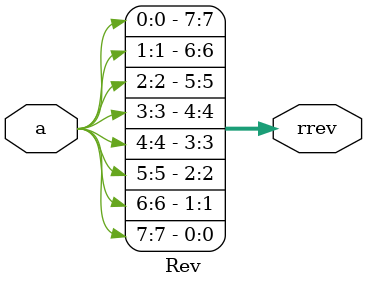
<source format=v>

`timescale 1ns / 1ps

module Rev( input [7:0] a, output [7:0] rrev );

	assign rrev = { a[0], a[1], a[2], a[3], a[4], a[5], a[6], a[7] };

endmodule

</source>
